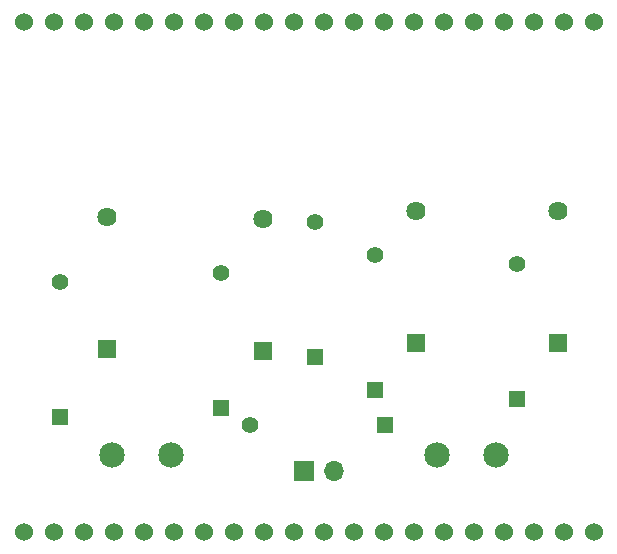
<source format=gbr>
%TF.GenerationSoftware,KiCad,Pcbnew,8.0.8*%
%TF.CreationDate,2025-02-03T20:57:41-05:00*%
%TF.ProjectId,PWM Module,50574d20-4d6f-4647-956c-652e6b696361,rev?*%
%TF.SameCoordinates,Original*%
%TF.FileFunction,Soldermask,Bot*%
%TF.FilePolarity,Negative*%
%FSLAX46Y46*%
G04 Gerber Fmt 4.6, Leading zero omitted, Abs format (unit mm)*
G04 Created by KiCad (PCBNEW 8.0.8) date 2025-02-03 20:57:41*
%MOMM*%
%LPD*%
G01*
G04 APERTURE LIST*
%ADD10R,1.700000X1.700000*%
%ADD11O,1.700000X1.700000*%
%ADD12C,2.154000*%
%ADD13R,1.625600X1.625600*%
%ADD14C,1.625600*%
%ADD15C,1.524000*%
%ADD16R,1.397000X1.397000*%
%ADD17C,1.397000*%
G04 APERTURE END LIST*
D10*
%TO.C,J4*%
X176125000Y-63400000D03*
D11*
X178665000Y-63400000D03*
%TD*%
D12*
%TO.C,J3*%
X187400000Y-62100000D03*
X192400000Y-62100000D03*
%TD*%
D13*
%TO.C,D4*%
X159441500Y-53076000D03*
D14*
X159441500Y-41900000D03*
%TD*%
D13*
%TO.C,D1*%
X185640000Y-52576000D03*
D14*
X185640000Y-41400000D03*
%TD*%
D15*
%TO.C,J5*%
X152400000Y-25400000D03*
X154940000Y-25400000D03*
X157480000Y-25400000D03*
X160020000Y-25400000D03*
X162560000Y-25400000D03*
X165100000Y-25400000D03*
X167640000Y-25400000D03*
X170180000Y-25400000D03*
X172720000Y-25400000D03*
X175260000Y-25400000D03*
X177800000Y-25400000D03*
X180340000Y-25400000D03*
X182880000Y-25400000D03*
X185420000Y-25400000D03*
X187960000Y-25400000D03*
X190500000Y-25400000D03*
X193040000Y-25400000D03*
X195580000Y-25400000D03*
X198120000Y-25400000D03*
X200660000Y-25400000D03*
%TD*%
D12*
%TO.C,J2*%
X159900000Y-62100000D03*
X164900000Y-62100000D03*
%TD*%
D13*
%TO.C,D3*%
X197640000Y-52576000D03*
D14*
X197640000Y-41400000D03*
%TD*%
D16*
%TO.C,R9*%
X194140000Y-57330000D03*
D17*
X194140000Y-45900000D03*
%TD*%
D16*
%TO.C,R13*%
X183015000Y-59500000D03*
D17*
X171585000Y-59500000D03*
%TD*%
D16*
%TO.C,R3*%
X182140000Y-56615000D03*
D17*
X182140000Y-45185000D03*
%TD*%
D16*
%TO.C,R12*%
X155441500Y-58830000D03*
D17*
X155441500Y-47400000D03*
%TD*%
D16*
%TO.C,R6*%
X169140000Y-58115000D03*
D17*
X169140000Y-46685000D03*
%TD*%
D16*
%TO.C,R14*%
X177100000Y-53815000D03*
D17*
X177100000Y-42385000D03*
%TD*%
D13*
%TO.C,D2*%
X172640000Y-53289500D03*
D14*
X172640000Y-42113500D03*
%TD*%
D15*
%TO.C,J5*%
X152400000Y-68580000D03*
X154940000Y-68580000D03*
X157480000Y-68580000D03*
X160020000Y-68580000D03*
X162560000Y-68580000D03*
X165100000Y-68580000D03*
X167640000Y-68580000D03*
X170180000Y-68580000D03*
X172720000Y-68580000D03*
X175260000Y-68580000D03*
X177800000Y-68580000D03*
X180340000Y-68580000D03*
X182880000Y-68580000D03*
X185420000Y-68580000D03*
X187960000Y-68580000D03*
X190500000Y-68580000D03*
X193040000Y-68580000D03*
X195580000Y-68580000D03*
X198120000Y-68580000D03*
X200660000Y-68580000D03*
%TD*%
M02*

</source>
